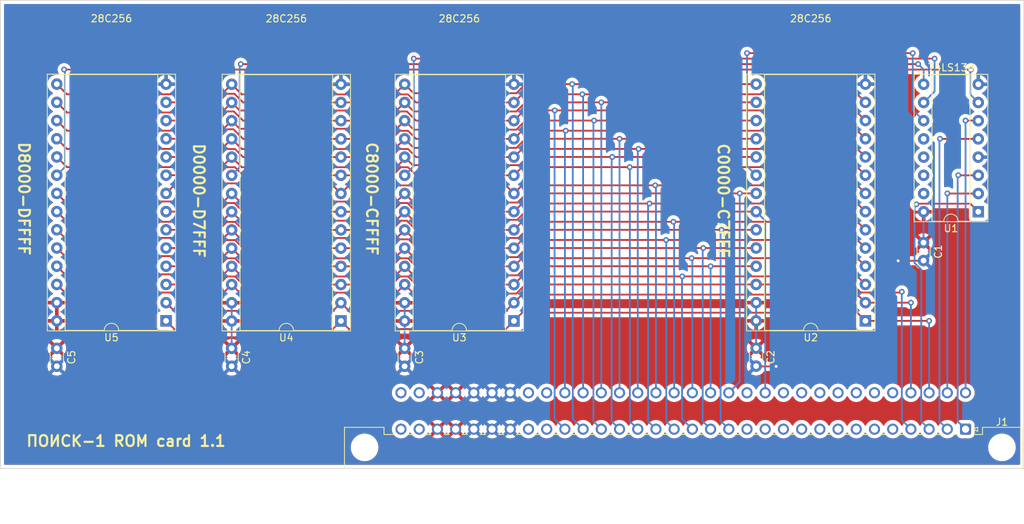
<source format=kicad_pcb>
(kicad_pcb (version 20211014) (generator pcbnew)
  (layers (0 "F.Cu" signal) (31 "B.Cu" signal) (34 "B.Paste" user) (35 "F.Paste" user) (36 "B.SilkS" user "B.Silkscreen") (37 "F.SilkS" user "F.Silkscreen") (38 "B.Mask" user) (39 "F.Mask" user) (44 "Edge.Cuts" user))
  (net 0 "")
  (net 1 "/ADDR.13")
  (net 2 "/ADDR.11")
  (net 3 "/ADDR.F")
  (net 4 "/ADDR.D")
  (net 14 "/ADDR.B")
  (net 15 "/ADDR.9")
  (net 16 "/ADDR.7")
  (net 17 "/ADDR.5")
  (net 18 "/ADDR.3")
  (net 19 "/ADDR.1")
  (net 20 "/DAT.7")
  (net 21 "/DAT.5")
  (net 22 "/DAT.3")
  (net 23 "/DAT.1")
  (net 26 "GND")
  (net 27 "+5V")
  (net 30 "/ADDR.12")
  (net 31 "/ADDR.10")
  (net 32 "/ADDR.E")
  (net 33 "/ADDR.C")
  (net 41 "~{MRDC}")
  (net 43 "/ADDR.A")
  (net 44 "/ADDR.8")
  (net 45 "/ADDR.6")
  (net 46 "/ADDR.4")
  (net 47 "/ADDR.2")
  (net 48 "/ADDR.0")
  (net 49 "/DAT.6")
  (net 50 "/DAT.4")
  (net 51 "/DAT.2")
  (net 52 "/DAT.0")
  (net 57 "~{CS2}")
  (net 58 "~{CS1}")
  (net 59 "~{CS0}")
  (net 63 "~{CS3}")
  (footprint "Capacitor_THT:C_Disc_D3.0mm_W1.6mm_P2.50mm" (layer "F.Cu") (at 201.9658 93.5328 -90)
    (fp_text reference "C1")
    (fp_text value "0.1uF")
  )
  (footprint "Capacitor_THT:C_Disc_D3.0mm_W1.6mm_P2.50mm" (layer "F.Cu") (at 105.4608 108.2748 -90)
    (fp_text reference "C4")
    (fp_text value "0.1uF")
  )
  (footprint "Package_DIP:DIP-28_W15.24mm_Socket" (layer "F.Cu") (at 144.8358 104.4598 180)
    (fp_text reference "U3")
    (fp_text value "28C256")
  )
  (footprint "Capacitor_THT:C_Disc_D3.0mm_W1.6mm_P2.50mm" (layer "F.Cu") (at 81.0768 108.2748 -90)
    (fp_text reference "C5")
    (fp_text value "0.1uF")
  )
  (footprint "Capacitor_THT:C_Disc_D3.0mm_W1.6mm_P2.50mm" (layer "F.Cu") (at 129.5908 108.2748 -90)
    (fp_text reference "C3")
    (fp_text value "0.1uF")
  )
  (footprint "Capacitor_THT:C_Disc_D3.0mm_W1.6mm_P2.50mm" (layer "F.Cu") (at 178.6128 108.2548 -90)
    (fp_text reference "C2")
    (fp_text value "0.1uF")
  )
  (footprint "Package_DIP:DIP-28_W15.24mm_Socket" (layer "F.Cu") (at 120.7058 104.4598 180)
    (fp_text reference "U4")
    (fp_text value "28C256")
  )
  (footprint "Connector_DIN:DIN41612_R_2x32_Male_Horizontal_THT" (layer "F.Cu") (at 207.8228 119.5518 180)
    (fp_text reference "J1")
    (fp_text value "POISK")
  )
  (footprint "Package_DIP:DIP-28_W15.24mm_Socket" (layer "F.Cu") (at 193.8578 104.4448 180)
    (fp_text reference "U2")
    (fp_text value "28C256")
  )
  (footprint "Package_DIP:DIP-28_W15.24mm_Socket" (layer "F.Cu") (at 96.3168 104.4448 180)
    (fp_text reference "U5")
    (fp_text value "28C256")
  )
  (footprint "Package_DIP:DIP-16_W7.62mm_Socket" (layer "F.Cu") (at 209.6008 89.2248 180)
    (fp_text reference "U1")
    (fp_text value "74LS138")
  )
  (gr_line (start 73.2028 59.7408) (end 120.9548 59.7408) (layer "Edge.Cuts") (width 0.1))
  (gr_line (start 73.2028 125.0188) (end 73.2028 59.7408) (layer "Edge.Cuts") (width 0.1))
  (gr_line (start 120.9548 125.0188) (end 121.7168 125.0188) (layer "Edge.Cuts") (width 0.1))
  (gr_line (start 215.9508 125.0188) (end 215.9508 124.7648) (layer "Edge.Cuts") (width 0.1))
  (gr_line (start 77.0128 125.0188) (end 73.2028 125.0188) (layer "Edge.Cuts") (width 0.1))
  (gr_line (start 120.9548 125.0188) (end 77.0128 125.0188) (layer "Edge.Cuts") (width 0.1))
  (gr_line (start 215.9508 59.7408) (end 215.9508 124.7648) (layer "Edge.Cuts") (width 0.1))
  (gr_line (start 121.7168 125.0188) (end 215.9508 125.0188) (layer "Edge.Cuts") (width 0.1))
  (gr_line (start 215.9508 59.7408) (end 120.9548 59.7408) (layer "Edge.Cuts") (width 0.1))
  (gr_text "C0000-C7FFF" (at 174.0408 87.6808 -90) (layer "F.SilkS") (effects (font (size 1.5 1.5) (thickness 0.3))))
  (gr_text "D8000-DFFFF" (at 76.4998 87.4118 -90) (layer "F.SilkS") (effects (font (size 1.5 1.5) (thickness 0.3))))
  (gr_text "D0000-D7FFF" (at 100.8888 87.6808 -90) (layer "F.SilkS") (effects (font (size 1.5 1.5) (thickness 0.3))))
  (gr_text "C8000-CFFFF" (at 125.0188 87.4268 -90) (layer "F.SilkS") (effects (font (size 1.5 1.5) (thickness 0.3))))
  (gr_text "ПОИСК-1 ROM card 1.1" (at 90.7288 121.2088) (layer "F.SilkS") (effects (font (size 1.5 1.5) (thickness 0.3))))
  (segment (start 206.8068 84.1248) (end 206.8268 84.1448) (width 0.25) (layer "F.Cu") (net 1))
  (segment (start 206.8268 84.1448) (end 209.6008 84.1448) (width 0.25) (layer "F.Cu") (net 1))
  (via (at 206.8068 84.1248) (size 0.8) (drill 0.4) (layers "F.Cu" "B.Cu") (net 1))
  (segment (start 206.723289 118.452289) (end 206.723289 84.208311) (width 0.25) (layer "B.Cu") (net 1))
  (segment (start 207.8228 119.5518) (end 206.723289 118.452289) (width 0.25) (layer "B.Cu") (net 1))
  (segment (start 206.723289 84.208311) (end 206.8068 84.1248) (width 0.25) (layer "B.Cu") (net 1))
  (segment (start 204.2668 79.0448) (end 204.2868 79.0648) (width 0.25) (layer "F.Cu") (net 2))
  (segment (start 204.2868 79.0648) (end 209.6008 79.0648) (width 0.25) (layer "F.Cu") (net 2))
  (via (at 204.2668 79.0448) (size 0.8) (drill 0.4) (layers "F.Cu" "B.Cu") (net 2))
  (segment (start 204.183289 118.452289) (end 204.183289 79.128311) (width 0.25) (layer "B.Cu") (net 2))
  (segment (start 205.2828 119.5518) (end 204.183289 118.452289) (width 0.25) (layer "B.Cu") (net 2))
  (segment (start 204.183289 79.128311) (end 204.2668 79.0448) (width 0.25) (layer "B.Cu") (net 2))
  (segment (start 200.9648 88.1888) (end 201.053311 88.100289) (width 0.25) (layer "F.Cu") (net 3))
  (segment (start 201.053311 88.100289) (end 208.476289 88.100289) (width 0.25) (layer "F.Cu") (net 3))
  (segment (start 208.476289 88.100289) (end 209.6008 89.2248) (width 0.25) (layer "F.Cu") (net 3))
  (via (at 200.9648 88.1888) (size 0.8) (drill 0.4) (layers "F.Cu" "B.Cu") (net 3))
  (segment (start 200.7108 88.4428) (end 200.7108 96.3681) (width 0.25) (layer "B.Cu") (net 3))
  (segment (start 201.643289 97.300589) (end 201.643289 118.452289) (width 0.25) (layer "B.Cu") (net 3))
  (segment (start 200.9648 88.1888) (end 200.7108 88.4428) (width 0.25) (layer "B.Cu") (net 3))
  (segment (start 201.643289 118.452289) (end 202.7428 119.5518) (width 0.25) (layer "B.Cu") (net 3))
  (segment (start 200.7108 96.3681) (end 201.643289 97.300589) (width 0.25) (layer "B.Cu") (net 3))
  (segment (start 146.4411 99.3648) (end 145.1711 100.6348) (width 0.25) (layer "F.Cu") (net 4))
  (segment (start 82.201311 100.489311) (end 81.0768 99.3648) (width 0.25) (layer "F.Cu") (net 4))
  (segment (start 195.776289 100.489311) (end 193.199311 100.489311) (width 0.25) (layer "F.Cu") (net 4))
  (segment (start 198.824289 100.489311) (end 198.9328 100.3808) (width 0.25) (layer "F.Cu") (net 4))
  (segment (start 188.0108 99.3648) (end 178.6178 99.3648) (width 0.25) (layer "F.Cu") (net 4))
  (segment (start 178.6178 99.3648) (end 146.4411 99.3648) (width 0.25) (layer "F.Cu") (net 4))
  (segment (start 195.776289 100.489311) (end 198.824289 100.489311) (width 0.25) (layer "F.Cu") (net 4))
  (segment (start 129.5958 99.3798) (end 128.471289 100.504311) (width 0.25) (layer "F.Cu") (net 4))
  (segment (start 145.1711 100.6348) (end 130.8508 100.6348) (width 0.25) (layer "F.Cu") (net 4))
  (segment (start 104.356289 100.489311) (end 82.201311 100.489311) (width 0.25) (layer "F.Cu") (net 4))
  (segment (start 106.590311 100.504311) (end 105.4658 99.3798) (width 0.25) (layer "F.Cu") (net 4))
  (segment (start 105.4658 99.3798) (end 104.356289 100.489311) (width 0.25) (layer "F.Cu") (net 4))
  (segment (start 192.0748 99.3648) (end 188.0108 99.3648) (width 0.25) (layer "F.Cu") (net 4))
  (segment (start 128.471289 100.504311) (end 106.590311 100.504311) (width 0.25) (layer "F.Cu") (net 4))
  (segment (start 193.199311 100.489311) (end 192.0748 99.3648) (width 0.25) (layer "F.Cu") (net 4))
  (segment (start 130.8508 100.6348) (end 129.5958 99.3798) (width 0.25) (layer "F.Cu") (net 4))
  (via (at 198.9328 100.3808) (size 0.8) (drill 0.4) (layers "F.Cu" "B.Cu") (net 4))
  (segment (start 198.9328 118.2818) (end 200.2028 119.5518) (width 0.25) (layer "B.Cu") (net 4))
  (segment (start 198.9328 100.3808) (end 198.9328 118.2818) (width 0.25) (layer "B.Cu") (net 4))
  (segment (start 82.201311 92.869311) (end 81.0768 91.7448) (width 0.25) (layer "F.Cu") (net 14))
  (segment (start 106.590311 92.884311) (end 105.4658 91.7598) (width 0.25) (layer "F.Cu") (net 14))
  (segment (start 178.6178 91.7448) (end 173.7868 91.7448) (width 0.25) (layer "F.Cu") (net 14))
  (segment (start 104.356289 92.869311) (end 82.201311 92.869311) (width 0.25) (layer "F.Cu") (net 14))
  (segment (start 173.7868 91.7448) (end 146.6088 91.7448) (width 0.25) (layer "F.Cu") (net 14))
  (segment (start 130.720311 92.884311) (end 129.5958 91.7598) (width 0.25) (layer "F.Cu") (net 14))
  (segment (start 145.469289 92.884311) (end 130.720311 92.884311) (width 0.25) (layer "F.Cu") (net 14))
  (segment (start 146.6088 91.7448) (end 145.469289 92.884311) (width 0.25) (layer "F.Cu") (net 14))
  (segment (start 129.5958 91.7598) (end 128.471289 92.884311) (width 0.25) (layer "F.Cu") (net 14))
  (segment (start 128.471289 92.884311) (end 106.590311 92.884311) (width 0.25) (layer "F.Cu") (net 14))
  (segment (start 105.4658 91.7598) (end 104.356289 92.869311) (width 0.25) (layer "F.Cu") (net 14))
  (via (at 173.7868 91.7448) (size 0.8) (drill 0.4) (layers "F.Cu" "B.Cu") (net 14))
  (segment (start 174.8028 119.5518) (end 173.658289 118.407289) (width 0.25) (layer "B.Cu") (net 14))
  (segment (start 173.658289 118.407289) (end 173.658289 91.873311) (width 0.25) (layer "B.Cu") (net 14))
  (segment (start 173.7868 91.7448) (end 173.658289 91.873311) (width 0.25) (layer "B.Cu") (net 14))
  (segment (start 146.6088 94.2848) (end 145.3388 95.5548) (width 0.25) (layer "F.Cu") (net 15))
  (segment (start 105.4658 94.2998) (end 104.356289 95.409311) (width 0.25) (layer "F.Cu") (net 15))
  (segment (start 130.8508 95.5548) (end 129.5958 94.2998) (width 0.25) (layer "F.Cu") (net 15))
  (segment (start 145.3388 95.5548) (end 130.8508 95.5548) (width 0.25) (layer "F.Cu") (net 15))
  (segment (start 178.6178 94.2848) (end 171.2468 94.2848) (width 0.25) (layer "F.Cu") (net 15))
  (segment (start 128.180311 95.715289) (end 106.881289 95.715289) (width 0.25) (layer "F.Cu") (net 15))
  (segment (start 129.5958 94.2998) (end 128.180311 95.715289) (width 0.25) (layer "F.Cu") (net 15))
  (segment (start 106.881289 95.715289) (end 105.4658 94.2998) (width 0.25) (layer "F.Cu") (net 15))
  (segment (start 82.201311 95.409311) (end 81.0768 94.2848) (width 0.25) (layer "F.Cu") (net 15))
  (segment (start 171.2468 94.2848) (end 146.6088 94.2848) (width 0.25) (layer "F.Cu") (net 15))
  (segment (start 104.356289 95.409311) (end 82.201311 95.409311) (width 0.25) (layer "F.Cu") (net 15))
  (via (at 171.2468 94.2848) (size 0.8) (drill 0.4) (layers "F.Cu" "B.Cu") (net 15))
  (segment (start 172.2628 119.5518) (end 171.163289 118.452289) (width 0.25) (layer "B.Cu") (net 15))
  (segment (start 171.163289 94.368311) (end 171.2468 94.2848) (width 0.25) (layer "B.Cu") (net 15))
  (segment (start 171.163289 118.452289) (end 171.163289 94.368311) (width 0.25) (layer "B.Cu") (net 15))
  (segment (start 107.0561 99.3798) (end 105.931589 98.255289) (width 0.25) (layer "F.Cu") (net 16))
  (segment (start 105.931589 98.255289) (end 104.792311 98.255289) (width 0.25) (layer "F.Cu") (net 16))
  (segment (start 130.061589 98.255289) (end 128.922311 98.255289) (width 0.25) (layer "F.Cu") (net 16))
  (segment (start 131.1861 99.3798) (end 130.061589 98.255289) (width 0.25) (layer "F.Cu") (net 16))
  (segment (start 103.6828 99.3648) (end 96.3168 99.3648) (width 0.25) (layer "F.Cu") (net 16))
  (segment (start 104.792311 98.255289) (end 103.6828 99.3648) (width 0.25) (layer "F.Cu") (net 16))
  (segment (start 127.7978 99.3798) (end 120.7058 99.3798) (width 0.25) (layer "F.Cu") (net 16))
  (segment (start 128.922311 98.255289) (end 127.7978 99.3798) (width 0.25) (layer "F.Cu") (net 16))
  (segment (start 193.8578 99.3648) (end 192.733289 98.240289) (width 0.25) (layer "F.Cu") (net 16))
  (segment (start 192.733289 98.240289) (end 168.307311 98.240289) (width 0.25) (layer "F.Cu") (net 16))
  (segment (start 144.8358 99.3798) (end 131.1861 99.3798) (width 0.25) (layer "F.Cu") (net 16))
  (segment (start 145.975311 98.240289) (end 144.8358 99.3798) (width 0.25) (layer "F.Cu") (net 16))
  (segment (start 168.307311 98.240289) (end 145.975311 98.240289) (width 0.25) (layer "F.Cu") (net 16))
  (segment (start 120.7058 99.3798) (end 107.0561 99.3798) (width 0.25) (layer "F.Cu") (net 16))
  (via (at 168.307311 98.240289) (size 0.8) (drill 0.4) (layers "F.Cu" "B.Cu") (net 16))
  (segment (start 168.282311 98.265289) (end 168.307311 98.240289) (width 0.25) (layer "B.Cu") (net 16))
  (segment (start 169.7228 119.5518) (end 168.282311 118.111311) (width 0.25) (layer "B.Cu") (net 16))
  (segment (start 168.282311 118.111311) (end 168.282311 98.265289) (width 0.25) (layer "B.Cu") (net 16))
  (segment (start 131.3838 94.2998) (end 130.156941 93.072941) (width 0.25) (layer "F.Cu") (net 17))
  (segment (start 144.8358 94.2998) (end 131.3838 94.2998) (width 0.25) (layer "F.Cu") (net 17))
  (segment (start 127.691518 94.2998) (end 120.7058 94.2998) (width 0.25) (layer "F.Cu") (net 17))
  (segment (start 193.8578 94.2848) (end 192.733289 93.160289) (width 0.25) (layer "F.Cu") (net 17))
  (segment (start 145.975311 93.160289) (end 144.8358 94.2998) (width 0.25) (layer "F.Cu") (net 17))
  (segment (start 192.733289 93.160289) (end 166.058289 93.160289) (width 0.25) (layer "F.Cu") (net 17))
  (segment (start 105.931589 93.175289) (end 104.686029 93.175289) (width 0.25) (layer "F.Cu") (net 17))
  (segment (start 120.7058 94.2998) (end 107.0561 94.2998) (width 0.25) (layer "F.Cu") (net 17))
  (segment (start 130.156941 93.072941) (end 128.918377 93.072941) (width 0.25) (layer "F.Cu") (net 17))
  (segment (start 128.918377 93.072941) (end 127.691518 94.2998) (width 0.25) (layer "F.Cu") (net 17))
  (segment (start 103.576518 94.2848) (end 96.3168 94.2848) (width 0.25) (layer "F.Cu") (net 17))
  (segment (start 107.0561 94.2998) (end 105.931589 93.175289) (width 0.25) (layer "F.Cu") (net 17))
  (segment (start 104.686029 93.175289) (end 103.576518 94.2848) (width 0.25) (layer "F.Cu") (net 17))
  (segment (start 166.058289 93.160289) (end 145.975311 93.160289) (width 0.25) (layer "F.Cu") (net 17))
  (via (at 166.058289 93.160289) (size 0.8) (drill 0.4) (layers "F.Cu" "B.Cu") (net 17))
  (segment (start 166.083289 93.185289) (end 166.058289 93.160289) (width 0.25) (layer "B.Cu") (net 17))
  (segment (start 167.1828 119.5518) (end 166.083289 118.452289) (width 0.25) (layer "B.Cu") (net 17))
  (segment (start 166.083289 118.452289) (end 166.083289 93.185289) (width 0.25) (layer "B.Cu") (net 17))
  (segment (start 129.008941 88.008659) (end 127.7978 89.2198) (width 0.25) (layer "F.Cu") (net 18))
  (segment (start 103.6828 89.2048) (end 96.3168 89.2048) (width 0.25) (layer "F.Cu") (net 18))
  (segment (start 104.878941 88.008659) (end 103.6828 89.2048) (width 0.25) (layer "F.Cu") (net 18))
  (segment (start 144.8358 89.2198) (end 131.1861 89.2198) (width 0.25) (layer "F.Cu") (net 18))
  (segment (start 129.974959 88.008659) (end 129.008941 88.008659) (width 0.25) (layer "F.Cu") (net 18))
  (segment (start 193.8578 89.2048) (end 192.733289 88.080289) (width 0.25) (layer "F.Cu") (net 18))
  (segment (start 163.735311 88.080289) (end 145.975311 88.080289) (width 0.25) (layer "F.Cu") (net 18))
  (segment (start 107.0561 89.2198) (end 105.844959 88.008659) (width 0.25) (layer "F.Cu") (net 18))
  (segment (start 131.1861 89.2198) (end 129.974959 88.008659) (width 0.25) (layer "F.Cu") (net 18))
  (segment (start 105.844959 88.008659) (end 104.878941 88.008659) (width 0.25) (layer "F.Cu") (net 18))
  (segment (start 120.7058 89.2198) (end 107.0561 89.2198) (width 0.25) (layer "F.Cu") (net 18))
  (segment (start 127.7978 89.2198) (end 120.7058 89.2198) (width 0.25) (layer "F.Cu") (net 18))
  (segment (start 145.975311 88.080289) (end 144.8358 89.2198) (width 0.25) (layer "F.Cu") (net 18))
  (segment (start 192.733289 88.080289) (end 163.735311 88.080289) (width 0.25) (layer "F.Cu") (net 18))
  (via (at 163.735311 88.080289) (size 0.8) (drill 0.4) (layers "F.Cu" "B.Cu") (net 18))
  (segment (start 164.6428 119.5518) (end 163.543289 118.452289) (width 0.25) (layer "B.Cu") (net 18))
  (segment (start 163.543289 88.272311) (end 163.735311 88.080289) (width 0.25) (layer "B.Cu") (net 18))
  (segment (start 163.543289 118.452289) (end 163.543289 88.272311) (width 0.25) (layer "B.Cu") (net 18))
  (segment (start 105.931589 83.015289) (end 104.686029 83.015289) (width 0.25) (layer "F.Cu") (net 19))
  (segment (start 104.686029 83.015289) (end 103.576518 84.1248) (width 0.25) (layer "F.Cu") (net 19))
  (segment (start 144.8358 84.1398) (end 131.1861 84.1398) (width 0.25) (layer "F.Cu") (net 19))
  (segment (start 120.7058 84.1398) (end 107.0561 84.1398) (width 0.25) (layer "F.Cu") (net 19))
  (segment (start 131.1861 84.1398) (end 130.061589 83.015289) (width 0.25) (layer "F.Cu") (net 19))
  (segment (start 192.733289 83.000289) (end 160.978289 83.000289) (width 0.25) (layer "F.Cu") (net 19))
  (segment (start 130.061589 83.015289) (end 129.050029 83.015289) (width 0.25) (layer "F.Cu") (net 19))
  (segment (start 107.0561 84.1398) (end 105.931589 83.015289) (width 0.25) (layer "F.Cu") (net 19))
  (segment (start 103.576518 84.1248) (end 96.3168 84.1248) (width 0.25) (layer "F.Cu") (net 19))
  (segment (start 145.975311 83.000289) (end 144.8358 84.1398) (width 0.25) (layer "F.Cu") (net 19))
  (segment (start 160.978289 83.000289) (end 145.975311 83.000289) (width 0.25) (layer "F.Cu") (net 19))
  (segment (start 129.050029 83.015289) (end 127.925518 84.1398) (width 0.25) (layer "F.Cu") (net 19))
  (segment (start 193.8578 84.1248) (end 192.733289 83.000289) (width 0.25) (layer "F.Cu") (net 19))
  (segment (start 127.925518 84.1398) (end 120.7058 84.1398) (width 0.25) (layer "F.Cu") (net 19))
  (via (at 160.978289 83.000289) (size 0.8) (drill 0.4) (layers "F.Cu" "B.Cu") (net 19))
  (segment (start 162.1028 119.5518) (end 161.003289 118.452289) (width 0.25) (layer "B.Cu") (net 19))
  (segment (start 161.003289 118.452289) (end 161.003289 83.025289) (width 0.25) (layer "B.Cu") (net 19))
  (segment (start 161.003289 83.025289) (end 160.978289 83.000289) (width 0.25) (layer "B.Cu") (net 19))
  (segment (start 178.6178 81.5848) (end 158.5468 81.5848) (width 0.25) (layer "F.Cu") (net 20))
  (segment (start 105.4658 81.5998) (end 104.065311 83.000289) (width 0.25) (layer "F.Cu") (net 20))
  (segment (start 128.414311 83.015289) (end 106.881289 83.015289) (width 0.25) (layer "F.Cu") (net 20))
  (segment (start 104.065311 83.000289) (end 82.492289 83.000289) (width 0.25) (layer "F.Cu") (net 20))
  (segment (start 129.5958 81.8338) (end 128.414311 83.015289) (width 0.25) (layer "F.Cu") (net 20))
  (segment (start 130.720311 82.724311) (end 129.5958 81.5998) (width 0.25) (layer "F.Cu") (net 20))
  (segment (start 106.881289 83.015289) (end 105.4658 81.5998) (width 0.25) (layer "F.Cu") (net 20))
  (segment (start 145.592567 82.724311) (end 130.720311 82.724311) (width 0.25) (layer "F.Cu") (net 20))
  (segment (start 82.492289 83.000289) (end 81.0768 81.5848) (width 0.25) (layer "F.Cu") (net 20))
  (segment (start 158.5468 81.5848) (end 146.732078 81.5848) (width 0.25) (layer "F.Cu") (net 20))
  (segment (start 146.732078 81.5848) (end 145.592567 82.724311) (width 0.25) (layer "F.Cu") (net 20))
  (segment (start 129.5958 81.5998) (end 129.5958 81.8338) (width 0.25) (layer "F.Cu") (net 20))
  (via (at 158.5468 81.5848) (size 0.8) (drill 0.4) (layers "F.Cu" "B.Cu") (net 20))
  (segment (start 158.463289 81.668311) (end 158.5468 81.5848) (width 0.25) (layer "B.Cu") (net 20))
  (segment (start 159.5628 119.5518) (end 158.463289 118.452289) (width 0.25) (layer "B.Cu") (net 20))
  (segment (start 158.463289 118.452289) (end 158.463289 81.668311) (width 0.25) (layer "B.Cu") (net 20))
  (segment (start 129.5958 76.5198) (end 128.471289 77.644311) (width 0.25) (layer "F.Cu") (net 21))
  (segment (start 146.4411 76.5048) (end 145.1711 77.7748) (width 0.25) (layer "F.Cu") (net 21))
  (segment (start 82.492289 77.920289) (end 81.0768 76.5048) (width 0.25) (layer "F.Cu") (net 21))
  (segment (start 105.4658 76.5198) (end 104.065311 77.920289) (width 0.25) (layer "F.Cu") (net 21))
  (segment (start 156.0068 76.5048) (end 146.4411 76.5048) (width 0.25) (layer "F.Cu") (net 21))
  (segment (start 128.471289 77.644311) (end 106.590311 77.644311) (width 0.25) (layer "F.Cu") (net 21))
  (segment (start 106.590311 77.644311) (end 105.4658 76.5198) (width 0.25) (layer "F.Cu") (net 21))
  (segment (start 178.6178 76.5048) (end 156.0068 76.5048) (width 0.25) (layer "F.Cu") (net 21))
  (segment (start 104.065311 77.920289) (end 82.492289 77.920289) (width 0.25) (layer "F.Cu") (net 21))
  (segment (start 145.1711 77.7748) (end 130.8508 77.7748) (width 0.25) (layer "F.Cu") (net 21))
  (segment (start 130.8508 77.7748) (end 129.5958 76.5198) (width 0.25) (layer "F.Cu") (net 21))
  (via (at 156.0068 76.5048) (size 0.8) (drill 0.4) (layers "F.Cu" "B.Cu") (net 21))
  (segment (start 155.923289 76.588311) (end 156.0068 76.5048) (width 0.25) (layer "B.Cu") (net 21))
  (segment (start 155.923289 118.452289) (end 155.923289 76.588311) (width 0.25) (layer "B.Cu") (net 21))
  (segment (start 157.0228 119.5518) (end 155.923289 118.452289) (width 0.25) (layer "B.Cu") (net 21))
  (segment (start 129.5958 71.4398) (end 128.180311 72.855289) (width 0.25) (layer "F.Cu") (net 22))
  (segment (start 82.492289 72.840289) (end 81.0768 71.4248) (width 0.25) (layer "F.Cu") (net 22))
  (segment (start 105.4658 71.4398) (end 104.065311 72.840289) (width 0.25) (layer "F.Cu") (net 22))
  (segment (start 130.8508 72.6948) (end 129.5958 71.4398) (width 0.25) (layer "F.Cu") (net 22))
  (segment (start 178.6178 71.4248) (end 152.9588 71.4248) (width 0.25) (layer "F.Cu") (net 22))
  (segment (start 104.065311 72.840289) (end 82.492289 72.840289) (width 0.25) (layer "F.Cu") (net 22))
  (segment (start 128.180311 72.855289) (end 106.881289 72.855289) (width 0.25) (layer "F.Cu") (net 22))
  (segment (start 145.1711 72.6948) (end 130.8508 72.6948) (width 0.25) (layer "F.Cu") (net 22))
  (segment (start 152.9588 71.4248) (end 146.4411 71.4248) (width 0.25) (layer "F.Cu") (net 22))
  (segment (start 106.881289 72.855289) (end 105.4658 71.4398) (width 0.25) (layer "F.Cu") (net 22))
  (segment (start 146.4411 71.4248) (end 145.1711 72.6948) (width 0.25) (layer "F.Cu") (net 22))
  (via (at 152.9588 71.4248) (size 0.8) (drill 0.4) (layers "F.Cu" "B.Cu") (net 22))
  (segment (start 154.4828 119.5518) (end 153.042311 118.111311) (width 0.25) (layer "B.Cu") (net 22))
  (segment (start 153.042311 71.508311) (end 152.9588 71.4248) (width 0.25) (layer "B.Cu") (net 22))
  (segment (start 153.042311 118.111311) (end 153.042311 71.508311) (width 0.25) (layer "B.Cu") (net 22))
  (segment (start 193.8578 76.5048) (end 192.442311 75.089311) (width 0.25) (layer "F.Cu") (net 23))
  (segment (start 104.846518 75.2348) (end 103.576518 76.5048) (width 0.25) (layer "F.Cu") (net 23))
  (segment (start 131.1861 76.5198) (end 129.9011 75.2348) (width 0.25) (layer "F.Cu") (net 23))
  (segment (start 127.691518 76.5198) (end 120.7058 76.5198) (width 0.25) (layer "F.Cu") (net 23))
  (segment (start 120.7058 76.5198) (end 107.0561 76.5198) (width 0.25) (layer "F.Cu") (net 23))
  (segment (start 105.7711 75.2348) (end 104.846518 75.2348) (width 0.25) (layer "F.Cu") (net 23))
  (segment (start 192.442311 75.089311) (end 150.527311 75.089311) (width 0.25) (layer "F.Cu") (net 23))
  (segment (start 150.527311 75.089311) (end 146.266289 75.089311) (width 0.25) (layer "F.Cu") (net 23))
  (segment (start 129.9011 75.2348) (end 128.976518 75.2348) (width 0.25) (layer "F.Cu") (net 23))
  (segment (start 128.976518 75.2348) (end 127.691518 76.5198) (width 0.25) (layer "F.Cu") (net 23))
  (segment (start 103.576518 76.5048) (end 96.3168 76.5048) (width 0.25) (layer "F.Cu") (net 23))
  (segment (start 146.266289 75.089311) (end 144.8358 76.5198) (width 0.25) (layer "F.Cu") (net 23))
  (segment (start 107.0561 76.5198) (end 105.7711 75.2348) (width 0.25) (layer "F.Cu") (net 23))
  (segment (start 144.8358 76.5198) (end 131.1861 76.5198) (width 0.25) (layer "F.Cu") (net 23))
  (via (at 150.527311 75.089311) (size 0.8) (drill 0.4) (layers "F.Cu" "B.Cu") (net 23))
  (segment (start 150.502311 118.111311) (end 150.502311 75.114311) (width 0.25) (layer "B.Cu") (net 23))
  (segment (start 150.502311 75.114311) (end 150.527311 75.089311) (width 0.25) (layer "B.Cu") (net 23))
  (segment (start 151.9428 119.5518) (end 150.502311 118.111311) (width 0.25) (layer "B.Cu") (net 23))
  (segment (start 178.6128 110.7948) (end 181.4068 110.7948) (width 0.25) (layer "F.Cu") (net 26))
  (segment (start 178.6128 110.7548) (end 178.6128 110.7948) (width 0.25) (layer "F.Cu") (net 26))
  (segment (start 201.9658 96.0328) (end 201.9658 96.0478) (width 0.25) (layer "F.Cu") (net 26))
  (segment (start 201.9508 96.0628) (end 198.4248 96.0628) (width 0.25) (layer "F.Cu") (net 26))
  (segment (start 201.9658 96.0478) (end 201.9508 96.0628) (width 0.25) (layer "F.Cu") (net 26))
  (via (at 181.4068 110.7948) (size 0.8) (drill 0.4) (layers "F.Cu" "B.Cu") (net 26))
  (via (at 198.4248 96.0628) (size 0.8) (drill 0.4) (layers "F.Cu" "B.Cu") (net 26))
  (segment (start 178.6128 108.2548) (end 178.6128 104.4498) (width 0.25) (layer "B.Cu") (net 27))
  (segment (start 105.4608 104.4648) (end 105.4658 104.4598) (width 0.25) (layer "B.Cu") (net 27))
  (segment (start 105.4658 104.4598) (end 105.4658 101.9198) (width 0.25) (layer "B.Cu") (net 27))
  (segment (start 105.4608 108.2748) (end 105.4608 104.4648) (width 0.25) (layer "B.Cu") (net 27))
  (segment (start 129.5908 108.2748) (end 129.5908 104.4648) (width 0.25) (layer "B.Cu") (net 27))
  (segment (start 201.9658 93.5328) (end 201.9658 89.2398) (width 0.25) (layer "B.Cu") (net 27))
  (segment (start 201.9658 89.2398) (end 201.9808 89.2248) (width 0.25) (layer "B.Cu") (net 27))
  (segment (start 129.5958 104.4598) (end 129.5958 101.9198) (width 0.25) (layer "B.Cu") (net 27))
  (segment (start 129.5908 104.4648) (end 129.5958 104.4598) (width 0.25) (layer "B.Cu") (net 27))
  (segment (start 178.6128 104.4498) (end 178.6178 104.4448) (width 0.25) (layer "B.Cu") (net 27))
  (segment (start 178.6178 104.4448) (end 178.6178 101.9048) (width 0.25) (layer "B.Cu") (net 27))
  (segment (start 209.5808 76.5048) (end 209.6008 76.5248) (width 0.25) (layer "F.Cu") (net 30))
  (segment (start 207.8228 76.5048) (end 209.5808 76.5048) (width 0.25) (layer "F.Cu") (net 30))
  (via (at 207.8228 76.5048) (size 0.8) (drill 0.4) (layers "F.Cu" "B.Cu") (net 30))
  (segment (start 207.8228 114.4718) (end 207.8228 76.5048) (width 0.25) (layer "B.Cu") (net 30))
  (segment (start 205.3028 86.6848) (end 209.6008 86.6848) (width 0.25) (layer "F.Cu") (net 31))
  (segment (start 205.2828 86.6648) (end 205.3028 86.6848) (width 0.25) (layer "F.Cu") (net 31))
  (via (at 205.2828 86.6648) (size 0.8) (drill 0.4) (layers "F.Cu" "B.Cu") (net 31))
  (segment (start 205.2828 114.4718) (end 205.2828 86.6648) (width 0.25) (layer "B.Cu") (net 31))
  (segment (start 120.7058 104.4598) (end 121.830311 105.584311) (width 0.25) (layer "F.Cu") (net 32))
  (segment (start 145.990311 103.305289) (end 144.8358 104.4598) (width 0.25) (layer "F.Cu") (net 32))
  (segment (start 193.8578 104.4448) (end 192.718289 103.305289) (width 0.25) (layer "F.Cu") (net 32))
  (segment (start 96.3168 104.4448) (end 97.8408 105.9688) (width 0.25) (layer "F.Cu") (net 32))
  (segment (start 202.7428 104.4448) (end 193.8578 104.4448) (width 0.25) (layer "F.Cu") (net 32))
  (segment (start 192.718289 103.305289) (end 190.674311 103.305289) (width 0.25) (layer "F.Cu") (net 32))
  (segment (start 143.711289 105.584311) (end 144.8358 104.4598) (width 0.25) (layer "F.Cu") (net 32))
  (segment (start 121.830311 105.584311) (end 143.711289 105.584311) (width 0.25) (layer "F.Cu") (net 32))
  (segment (start 97.8408 105.9688) (end 119.1968 105.9688) (width 0.25) (layer "F.Cu") (net 32))
  (segment (start 119.1968 105.9688) (end 120.7058 104.4598) (width 0.25) (layer "F.Cu") (net 32))
  (segment (start 190.674311 103.305289) (end 145.990311 103.305289) (width 0.25) (layer "F.Cu") (net 32))
  (via (at 202.7428 104.4448) (size 0.8) (drill 0.4) (layers "F.Cu" "B.Cu") (net 32))
  (segment (start 202.7428 114.4718) (end 202.7428 104.4448) (width 0.25) (layer "B.Cu") (net 32))
  (segment (start 200.2028 101.9048) (end 193.8578 101.9048) (width 0.25) (layer "F.Cu") (net 33))
  (segment (start 120.7058 101.9198) (end 121.830311 103.044311) (width 0.25) (layer "F.Cu") (net 33))
  (segment (start 189.389311 100.780289) (end 145.975311 100.780289) (width 0.25) (layer "F.Cu") (net 33))
  (segment (start 192.733289 100.780289) (end 189.389311 100.780289) (width 0.25) (layer "F.Cu") (net 33))
  (segment (start 193.8578 101.9048) (end 192.733289 100.780289) (width 0.25) (layer "F.Cu") (net 33))
  (segment (start 120.7058 101.9198) (end 119.581289 103.044311) (width 0.25) (layer "F.Cu") (net 33))
  (segment (start 121.830311 103.044311) (end 143.711289 103.044311) (width 0.25) (layer "F.Cu") (net 33))
  (segment (start 145.975311 100.780289) (end 144.8358 101.9198) (width 0.25) (layer "F.Cu") (net 33))
  (segment (start 143.711289 103.044311) (end 144.8358 101.9198) (width 0.25) (layer "F.Cu") (net 33))
  (segment (start 119.581289 103.044311) (end 97.456311 103.044311) (width 0.25) (layer "F.Cu") (net 33))
  (segment (start 97.456311 103.044311) (end 96.3168 101.9048) (width 0.25) (layer "F.Cu") (net 33))
  (via (at 200.2028 101.9048) (size 0.8) (drill 0.4) (layers "F.Cu" "B.Cu") (net 33))
  (segment (start 200.2028 114.4718) (end 200.2028 101.9048) (width 0.25) (layer "B.Cu") (net 33))
  (segment (start 104.065311 90.620289) (end 82.492289 90.620289) (width 0.25) (layer "F.Cu") (net 41))
  (segment (start 178.6178 89.2048) (end 146.4411 89.2048) (width 0.25) (layer "F.Cu") (net 41))
  (segment (start 106.7208 90.4748) (end 105.4658 89.2198) (width 0.25) (layer "F.Cu") (net 41))
  (segment (start 130.720311 90.344311) (end 129.5958 89.2198) (width 0.25) (layer "F.Cu") (net 41))
  (segment (start 128.3408 90.4748) (end 106.7208 90.4748) (width 0.25) (layer "F.Cu") (net 41))
  (segment (start 82.492289 90.620289) (end 81.0768 89.2048) (width 0.25) (layer "F.Cu") (net 41))
  (segment (start 129.5958 89.2198) (end 128.3408 90.4748) (width 0.25) (layer "F.Cu") (net 41))
  (segment (start 146.4411 89.2048) (end 145.301589 90.344311) (width 0.25) (layer "F.Cu") (net 41))
  (segment (start 105.4658 89.2198) (end 104.065311 90.620289) (width 0.25) (layer "F.Cu") (net 41))
  (segment (start 145.301589 90.344311) (end 130.720311 90.344311) (width 0.25) (layer "F.Cu") (net 41))
  (segment (start 179.8828 114.4718) (end 179.8828 90.4698) (width 0.25) (layer "B.Cu") (net 41))
  (segment (start 179.8828 90.4698) (end 178.6178 89.2048) (width 0.25) (layer "B.Cu") (net 41))
  (segment (start 176.3268 86.6648) (end 146.6088 86.6648) (width 0.25) (layer "F.Cu") (net 43))
  (segment (start 105.4658 86.6798) (end 104.356289 87.789311) (width 0.25) (layer "F.Cu") (net 43))
  (segment (start 178.6178 86.6648) (end 176.3268 86.6648) (width 0.25) (layer "F.Cu") (net 43))
  (segment (start 128.471289 87.804311) (end 106.590311 87.804311) (width 0.25) (layer "F.Cu") (net 43))
  (segment (start 106.590311 87.804311) (end 105.4658 86.6798) (width 0.25) (layer "F.Cu") (net 43))
  (segment (start 104.356289 87.789311) (end 82.201311 87.789311) (width 0.25) (layer "F.Cu") (net 43))
  (segment (start 146.6088 86.6648) (end 145.3388 87.9348) (width 0.25) (layer "F.Cu") (net 43))
  (segment (start 145.3388 87.9348) (end 130.8508 87.9348) (width 0.25) (layer "F.Cu") (net 43))
  (segment (start 130.8508 87.9348) (end 129.5958 86.6798) (width 0.25) (layer "F.Cu") (net 43))
  (segment (start 82.201311 87.789311) (end 81.0768 86.6648) (width 0.25) (layer "F.Cu") (net 43))
  (segment (start 129.5958 86.6798) (end 128.471289 87.804311) (width 0.25) (layer "F.Cu") (net 43))
  (via (at 176.3268 86.6648) (size 0.8) (drill 0.4) (layers "F.Cu" "B.Cu") (net 43))
  (segment (start 176.3268 112.9478) (end 176.3268 86.6648) (width 0.25) (layer "B.Cu") (net 43))
  (segment (start 174.8028 114.4718) (end 176.3268 112.9478) (width 0.25) (layer "B.Cu") (net 43))
  (segment (start 178.6178 96.8248) (end 172.2628 96.8248) (width 0.25) (layer "F.Cu") (net 44))
  (segment (start 172.2628 96.8248) (end 146.6088 96.8248) (width 0.25) (layer "F.Cu") (net 44))
  (segment (start 104.356289 97.949311) (end 82.201311 97.949311) (width 0.25) (layer "F.Cu") (net 44))
  (segment (start 145.3388 98.0948) (end 130.8508 98.0948) (width 0.25) (layer "F.Cu") (net 44))
  (segment (start 105.4658 96.8398) (end 104.356289 97.949311) (width 0.25) (layer "F.Cu") (net 44))
  (segment (start 82.201311 97.949311) (end 81.0768 96.8248) (width 0.25) (layer "F.Cu") (net 44))
  (segment (start 146.6088 96.8248) (end 145.3388 98.0948) (width 0.25) (layer "F.Cu") (net 44))
  (segment (start 129.5958 96.8398) (end 128.180311 98.255289) (width 0.25) (layer "F.Cu") (net 44))
  (segment (start 106.881289 98.255289) (end 105.4658 96.8398) (width 0.25) (layer "F.Cu") (net 44))
  (segment (start 128.180311 98.255289) (end 106.881289 98.255289) (width 0.25) (layer "F.Cu") (net 44))
  (segment (start 130.8508 98.0948) (end 129.5958 96.8398) (width 0.25) (layer "F.Cu") (net 44))
  (via (at 172.2628 96.8248) (size 0.8) (drill 0.4) (layers "F.Cu" "B.Cu") (net 44))
  (segment (start 172.2628 114.4718) (end 172.2628 96.8248) (width 0.25) (layer "B.Cu") (net 44))
  (segment (start 130.061589 95.715289) (end 128.922311 95.715289) (width 0.25) (layer "F.Cu") (net 45))
  (segment (start 120.7058 96.8398) (end 107.0561 96.8398) (width 0.25) (layer "F.Cu") (net 45))
  (segment (start 131.1861 96.8398) (end 130.061589 95.715289) (width 0.25) (layer "F.Cu") (net 45))
  (segment (start 192.733289 95.700289) (end 169.614289 95.700289) (width 0.25) (layer "F.Cu") (net 45))
  (segment (start 144.8358 96.8398) (end 131.1861 96.8398) (width 0.25) (layer "F.Cu") (net 45))
  (segment (start 169.614289 95.700289) (end 145.975311 95.700289) (width 0.25) (layer "F.Cu") (net 45))
  (segment (start 107.0561 96.8398) (end 105.931589 95.715289) (width 0.25) (layer "F.Cu") (net 45))
  (segment (start 105.931589 95.715289) (end 104.792311 95.715289) (width 0.25) (layer "F.Cu") (net 45))
  (segment (start 103.6828 96.8248) (end 96.3168 96.8248) (width 0.25) (layer "F.Cu") (net 45))
  (segment (start 128.922311 95.715289) (end 127.7978 96.8398) (width 0.25) (layer "F.Cu") (net 45))
  (segment (start 145.975311 95.700289) (end 144.8358 96.8398) (width 0.25) (layer "F.Cu") (net 45))
  (segment (start 127.7978 96.8398) (end 120.7058 96.8398) (width 0.25) (layer "F.Cu") (net 45))
  (segment (start 193.8578 96.8248) (end 192.733289 95.700289) (width 0.25) (layer "F.Cu") (net 45))
  (segment (start 104.792311 95.715289) (end 103.6828 96.8248) (width 0.25) (layer "F.Cu") (net 45))
  (via (at 169.614289 95.700289) (size 0.8) (drill 0.4) (layers "F.Cu" "B.Cu") (net 45))
  (segment (start 169.7228 95.8088) (end 169.614289 95.700289) (width 0.25) (layer "B.Cu") (net 45))
  (segment (start 169.7228 114.4718) (end 169.7228 95.8088) (width 0.25) (layer "B.Cu") (net 45))
  (segment (start 104.792311 90.635289) (end 103.6828 91.7448) (width 0.25) (layer "F.Cu") (net 46))
  (segment (start 192.733289 90.620289) (end 167.074289 90.620289) (width 0.25) (layer "F.Cu") (net 46))
  (segment (start 129.9011 90.4748) (end 129.0828 90.4748) (width 0.25) (layer "F.Cu") (net 46))
  (segment (start 131.1861 91.7598) (end 129.9011 90.4748) (width 0.25) (layer "F.Cu") (net 46))
  (segment (start 105.931589 90.635289) (end 104.792311 90.635289) (width 0.25) (layer "F.Cu") (net 46))
  (segment (start 167.074289 90.620289) (end 145.975311 90.620289) (width 0.25) (layer "F.Cu") (net 46))
  (segment (start 127.7978 91.7598) (end 120.7058 91.7598) (width 0.25) (layer "F.Cu") (net 46))
  (segment (start 120.7058 91.7598) (end 107.0561 91.7598) (width 0.25) (layer "F.Cu") (net 46))
  (segment (start 144.8358 91.7598) (end 131.1861 91.7598) (width 0.25) (layer "F.Cu") (net 46))
  (segment (start 103.6828 91.7448) (end 96.3168 91.7448) (width 0.25) (layer "F.Cu") (net 46))
  (segment (start 193.8578 91.7448) (end 192.733289 90.620289) (width 0.25) (layer "F.Cu") (net 46))
  (segment (start 145.975311 90.620289) (end 144.8358 91.7598) (width 0.25) (layer "F.Cu") (net 46))
  (segment (start 129.0828 90.4748) (end 127.7978 91.7598) (width 0.25) (layer "F.Cu") (net 46))
  (segment (start 107.0561 91.7598) (end 105.931589 90.635289) (width 0.25) (layer "F.Cu") (net 46))
  (via (at 167.074289 90.620289) (size 0.8) (drill 0.4) (layers "F.Cu" "B.Cu") (net 46))
  (segment (start 167.1828 90.7288) (end 167.074289 90.620289) (width 0.25) (layer "B.Cu") (net 46))
  (segment (start 167.1828 114.4718) (end 167.1828 90.7288) (width 0.25) (layer "B.Cu") (net 46))
  (segment (start 164.534289 85.540289) (end 145.975311 85.540289) (width 0.25) (layer "F.Cu") (net 47))
  (segment (start 193.8578 86.6648) (end 192.733289 85.540289) (width 0.25) (layer "F.Cu") (net 47))
  (segment (start 144.8358 86.6798) (end 143.711289 85.555289) (width 0.25) (layer "F.Cu") (net 47))
  (segment (start 120.7058 86.6798) (end 119.290311 85.264311) (width 0.25) (layer "F.Cu") (net 47))
  (segment (start 143.711289 85.555289) (end 121.830311 85.555289) (width 0.25) (layer "F.Cu") (net 47))
  (segment (start 121.830311 85.555289) (end 120.7058 86.6798) (width 0.25) (layer "F.Cu") (net 47))
  (segment (start 192.733289 85.540289) (end 164.534289 85.540289) (width 0.25) (layer "F.Cu") (net 47))
  (segment (start 97.717289 85.264311) (end 96.3168 86.6648) (width 0.25) (layer "F.Cu") (net 47))
  (segment (start 119.290311 85.264311) (end 97.717289 85.264311) (width 0.25) (layer "F.Cu") (net 47))
  (segment (start 145.975311 85.540289) (end 144.8358 86.6798) (width 0.25) (layer "F.Cu") (net 47))
  (via (at 164.534289 85.540289) (size 0.8) (drill 0.4) (layers "F.Cu" "B.Cu") (net 47))
  (segment (start 164.6428 85.6488) (end 164.534289 85.540289) (width 0.25) (layer "B.Cu") (net 47))
  (segment (start 164.6428 114.4718) (end 164.6428 85.6488) (width 0.25) (layer "B.Cu") (net 47))
  (segment (start 127.691518 81.5998) (end 120.7058 81.5998) (width 0.25) (layer "F.Cu") (net 48))
  (segment (start 144.8358 81.5998) (end 131.1861 81.5998) (width 0.25) (layer "F.Cu") (net 48))
  (segment (start 130.061589 80.475289) (end 128.816029 80.475289) (width 0.25) (layer "F.Cu") (net 48))
  (segment (start 131.1861 81.5998) (end 130.061589 80.475289) (width 0.25) (layer "F.Cu") (net 48))
  (segment (start 145.975311 80.460289) (end 144.8358 81.5998) (width 0.25) (layer "F.Cu") (net 48))
  (segment (start 128.816029 80.475289) (end 127.691518 81.5998) (width 0.25) (layer "F.Cu") (net 48))
  (segment (start 103.576518 81.5848) (end 96.3168 81.5848) (width 0.25) (layer "F.Cu") (net 48))
  (segment (start 105.931589 80.475289) (end 104.686029 80.475289) (width 0.25) (layer "F.Cu") (net 48))
  (segment (start 193.8578 81.5848) (end 192.733289 80.460289) (width 0.25) (layer "F.Cu") (net 48))
  (segment (start 120.7058 81.5998) (end 107.0561 81.5998) (width 0.25) (layer "F.Cu") (net 48))
  (segment (start 162.211311 80.460289) (end 145.975311 80.460289) (width 0.25) (layer "F.Cu") (net 48))
  (segment (start 192.733289 80.460289) (end 162.211311 80.460289) (width 0.25) (layer "F.Cu") (net 48))
  (segment (start 107.0561 81.5998) (end 105.931589 80.475289) (width 0.25) (layer "F.Cu") (net 48))
  (segment (start 104.686029 80.475289) (end 103.576518 81.5848) (width 0.25) (layer "F.Cu") (net 48))
  (via (at 162.211311 80.460289) (size 0.8) (drill 0.4) (layers "F.Cu" "B.Cu") (net 48))
  (segment (start 162.1028 80.5688) (end 162.211311 80.460289) (width 0.25) (layer "B.Cu") (net 48))
  (segment (start 162.1028 114.4718) (end 162.1028 80.5688) (width 0.25) (layer "B.Cu") (net 48))
  (segment (start 146.4411 79.0448) (end 145.1711 80.3148) (width 0.25) (layer "F.Cu") (net 49))
  (segment (start 129.5958 79.0598) (end 128.180311 80.475289) (width 0.25) (layer "F.Cu") (net 49))
  (segment (start 130.8508 80.3148) (end 129.5958 79.0598) (width 0.25) (layer "F.Cu") (net 49))
  (segment (start 145.1711 80.3148) (end 130.8508 80.3148) (width 0.25) (layer "F.Cu") (net 49))
  (segment (start 105.4658 79.0598) (end 104.065311 80.460289) (width 0.25) (layer "F.Cu") (net 49))
  (segment (start 104.065311 80.460289) (end 82.492289 80.460289) (width 0.25) (layer "F.Cu") (net 49))
  (segment (start 159.5628 79.0448) (end 146.4411 79.0448) (width 0.25) (layer "F.Cu") (net 49))
  (segment (start 106.881289 80.475289) (end 105.4658 79.0598) (width 0.25) (layer "F.Cu") (net 49))
  (segment (start 178.6178 79.0448) (end 159.5628 79.0448) (width 0.25) (layer "F.Cu") (net 49))
  (segment (start 128.180311 80.475289) (end 106.881289 80.475289) (width 0.25) (layer "F.Cu") (net 49))
  (segment (start 82.492289 80.460289) (end 81.0768 79.0448) (width 0.25) (layer "F.Cu") (net 49))
  (via (at 159.5628 79.0448) (size 0.8) (drill 0.4) (layers "F.Cu" "B.Cu") (net 49))
  (segment (start 159.5628 114.4718) (end 159.5628 79.0448) (width 0.25) (layer "B.Cu") (net 49))
  (segment (start 128.471289 75.104311) (end 106.590311 75.104311) (width 0.25) (layer "F.Cu") (net 50))
  (segment (start 145.1711 75.2348) (end 130.8508 75.2348) (width 0.25) (layer "F.Cu") (net 50))
  (segment (start 157.0228 73.9648) (end 146.4411 73.9648) (width 0.25) (layer "F.Cu") (net 50))
  (segment (start 146.4411 73.9648) (end 145.1711 75.2348) (width 0.25) (layer "F.Cu") (net 50))
  (segment (start 105.4658 73.9798) (end 104.065311 75.380289) (width 0.25) (layer "F.Cu") (net 50))
  (segment (start 129.5958 73.9798) (end 128.471289 75.104311) (width 0.25) (layer "F.Cu") (net 50))
  (segment (start 130.8508 75.2348) (end 129.5958 73.9798) (width 0.25) (layer "F.Cu") (net 50))
  (segment (start 104.065311 75.380289) (end 82.492289 75.380289) (width 0.25) (layer "F.Cu") (net 50))
  (segment (start 82.492289 75.380289) (end 81.0768 73.9648) (width 0.25) (layer "F.Cu") (net 50))
  (segment (start 106.590311 75.104311) (end 105.4658 73.9798) (width 0.25) (layer "F.Cu") (net 50))
  (segment (start 178.6178 73.9648) (end 157.0228 73.9648) (width 0.25) (layer "F.Cu") (net 50))
  (via (at 157.0228 73.9648) (size 0.8) (drill 0.4) (layers "F.Cu" "B.Cu") (net 50))
  (segment (start 157.0228 114.4718) (end 157.0228 73.9648) (width 0.25) (layer "B.Cu") (net 50))
  (segment (start 128.816028 72.855289) (end 127.691517 73.9798) (width 0.25) (layer "F.Cu") (net 51))
  (segment (start 144.8358 73.9798) (end 131.1861 73.9798) (width 0.25) (layer "F.Cu") (net 51))
  (segment (start 130.061589 72.855289) (end 128.816028 72.855289) (width 0.25) (layer "F.Cu") (net 51))
  (segment (start 127.691517 73.9798) (end 120.7058 73.9798) (width 0.25) (layer "F.Cu") (net 51))
  (segment (start 105.844959 72.768659) (end 104.772659 72.768659) (width 0.25) (layer "F.Cu") (net 51))
  (segment (start 104.772659 72.768659) (end 103.576517 73.9648) (width 0.25) (layer "F.Cu") (net 51))
  (segment (start 107.0561 73.9798) (end 105.844959 72.768659) (width 0.25) (layer "F.Cu") (net 51))
  (segment (start 103.576517 73.9648) (end 96.3168 73.9648) (width 0.25) (layer "F.Cu") (net 51))
  (segment (start 131.1861 73.9798) (end 130.061589 72.855289) (width 0.25) (layer "F.Cu") (net 51))
  (segment (start 144.8358 73.9798) (end 145.975311 72.840289) (width 0.25) (layer "F.Cu") (net 51))
  (segment (start 154.374289 72.840289) (end 192.733289 72.840289) (width 0.25) (layer "F.Cu") (net 51))
  (segment (start 120.7058 73.9798) (end 107.0561 73.9798) (width 0.25) (layer "F.Cu") (net 51))
  (segment (start 145.975311 72.840289) (end 154.374289 72.840289) (width 0.25) (layer "F.Cu") (net 51))
  (segment (start 192.733289 72.840289) (end 193.8578 73.9648) (width 0.25) (layer "F.Cu") (net 51))
  (via (at 154.374289 72.840289) (size 0.8) (drill 0.4) (layers "F.Cu" "B.Cu") (net 51))
  (segment (start 154.4828 114.4718) (end 154.4828 72.9488) (width 0.25) (layer "B.Cu") (net 51))
  (segment (start 154.4828 72.9488) (end 154.374289 72.840289) (width 0.25) (layer "B.Cu") (net 51))
  (segment (start 107.0561 79.0598) (end 105.717959 77.721659) (width 0.25) (layer "F.Cu") (net 52))
  (segment (start 144.8358 79.0598) (end 145.975311 77.920289) (width 0.25) (layer "F.Cu") (net 52))
  (segment (start 128.922311 77.935289) (end 127.7978 79.0598) (width 0.25) (layer "F.Cu") (net 52))
  (segment (start 130.061589 77.935289) (end 128.922311 77.935289) (width 0.25) (layer "F.Cu") (net 52))
  (segment (start 104.899659 77.721659) (end 103.576518 79.0448) (width 0.25) (layer "F.Cu") (net 52))
  (segment (start 103.576518 79.0448) (end 96.3168 79.0448) (width 0.25) (layer "F.Cu") (net 52))
  (segment (start 145.975311 77.920289) (end 152.051311 77.920289) (width 0.25) (layer "F.Cu") (net 52))
  (segment (start 152.051311 77.920289) (end 192.733289 77.920289) (width 0.25) (layer "F.Cu") (net 52))
  (segment (start 127.7978 79.0598) (end 120.7058 79.0598) (width 0.25) (layer "F.Cu") (net 52))
  (segment (start 192.733289 77.920289) (end 193.8578 79.0448) (width 0.25) (layer "F.Cu") (net 52))
  (segment (start 120.7058 79.0598) (end 107.0561 79.0598) (width 0.25) (layer "F.Cu") (net 52))
  (segment (start 131.1861 79.0598) (end 130.061589 77.935289) (width 0.25) (layer "F.Cu") (net 52))
  (segment (start 105.717959 77.721659) (end 104.899659 77.721659) (width 0.25) (layer "F.Cu") (net 52))
  (segment (start 144.8358 79.0598) (end 131.1861 79.0598) (width 0.25) (layer "F.Cu") (net 52))
  (via (at 152.051311 77.920289) (size 0.8) (drill 0.4) (layers "F.Cu" "B.Cu") (net 52))
  (segment (start 151.9428 78.0288) (end 152.051311 77.920289) (width 0.25) (layer "B.Cu") (net 52))
  (segment (start 151.9428 114.4718) (end 151.9428 78.0288) (width 0.25) (layer "B.Cu") (net 52))
  (segment (start 106.7308 68.6308) (end 201.2188 68.6308) (width 0.25) (layer "F.Cu") (net 57))
  (via (at 106.7308 68.6308) (size 0.8) (drill 0.4) (layers "F.Cu" "B.Cu") (net 57))
  (via (at 201.2188 68.6308) (size 0.8) (drill 0.4) (layers "F.Cu" "B.Cu") (net 57))
  (segment (start 201.9808 69.3928) (end 201.9808 71.4448) (width 0.25) (layer "B.Cu") (net 57))
  (segment (start 201.2188 68.6308) (end 201.9808 69.3928) (width 0.25) (layer "B.Cu") (net 57))
  (segment (start 106.590311 83.015289) (end 106.590311 68.771289) (width 0.25) (layer "B.Cu") (net 57))
  (segment (start 106.590311 68.771289) (end 106.7308 68.6308) (width 0.25) (layer "B.Cu") (net 57))
  (segment (start 105.4658 84.1398) (end 106.590311 83.015289) (width 0.25) (layer "B.Cu") (net 57))
  (segment (start 130.8608 67.8688) (end 203.5048 67.8688) (width 0.25) (layer "F.Cu") (net 58))
  (via (at 203.5048 67.8688) (size 0.8) (drill 0.4) (layers "F.Cu" "B.Cu") (net 58))
  (via (at 130.8608 67.8688) (size 0.8) (drill 0.4) (layers "F.Cu" "B.Cu") (net 58))
  (segment (start 129.5958 84.1398) (end 130.8608 82.8748) (width 0.25) (layer "B.Cu") (net 58))
  (segment (start 203.5048 72.4608) (end 201.9808 73.9848) (width 0.25) (layer "B.Cu") (net 58))
  (segment (start 130.8608 82.8748) (end 130.8608 67.8688) (width 0.25) (layer "B.Cu") (net 58))
  (segment (start 203.5048 67.8688) (end 203.5048 72.4608) (width 0.25) (layer "B.Cu") (net 58))
  (segment (start 177.3428 67.1068) (end 200.4568 67.1068) (width 0.25) (layer "F.Cu") (net 59))
  (via (at 177.3428 67.1068) (size 0.8) (drill 0.4) (layers "F.Cu" "B.Cu") (net 59))
  (via (at 200.4568 67.1068) (size 0.8) (drill 0.4) (layers "F.Cu" "B.Cu") (net 59))
  (segment (start 200.4568 67.1068) (end 200.4568 75.0008) (width 0.25) (layer "B.Cu") (net 59))
  (segment (start 200.4568 75.0008) (end 201.9808 76.5248) (width 0.25) (layer "B.Cu") (net 59))
  (segment (start 178.6178 84.1248) (end 177.3428 82.8498) (width 0.25) (layer "B.Cu") (net 59))
  (segment (start 177.3428 82.8498) (end 177.3428 67.1068) (width 0.25) (layer "B.Cu") (net 59))
  (segment (start 82.0928 69.3928) (end 208.5848 69.3928) (width 0.25) (layer "F.Cu") (net 63))
  (via (at 82.0928 69.3928) (size 0.8) (drill 0.4) (layers "F.Cu" "B.Cu") (net 63))
  (via (at 208.5848 69.3928) (size 0.8) (drill 0.4) (layers "F.Cu" "B.Cu") (net 63))
  (segment (start 208.476289 72.860289) (end 209.6008 73.9848) (width 0.25) (layer "B.Cu") (net 63))
  (segment (start 208.5848 69.3928) (end 208.476289 69.501311) (width 0.25) (layer "B.Cu") (net 63))
  (segment (start 208.476289 69.501311) (end 208.476289 72.860289) (width 0.25) (layer "B.Cu") (net 63))
  (segment (start 82.201311 69.501311) (end 82.0928 69.3928) (width 0.25) (layer "B.Cu") (net 63))
  (segment (start 82.201311 83.000289) (end 82.201311 69.501311) (width 0.25) (layer "B.Cu") (net 63))
  (segment (start 81.0768 84.1248) (end 82.201311 83.000289) (width 0.25) (layer "B.Cu") (net 63))
  (zone (net 27) (net_name "+5V") (layer "F.Cu") (connect_pads (clearance 0.508)) (min_thickness 0.254) (fill yes (thermal_gap 0.508) (thermal_bridge_width 0.508))
    (polygon (pts (xy 73.7108 60.2488) (xy 215.4428 60.2488) (xy 215.4428 124.5108) (xy 73.7108 124.5108)))
  )
  (zone (net 26) (net_name "GND") (layer "B.Cu") (connect_pads (clearance 0.508)) (min_thickness 0.254) (fill yes (thermal_gap 0.508) (thermal_bridge_width 0.508))
    (polygon (pts (xy 73.7108 60.2488) (xy 215.4428 60.2488) (xy 215.4428 124.5108) (xy 73.7108 124.5108)))
  )
)
</source>
